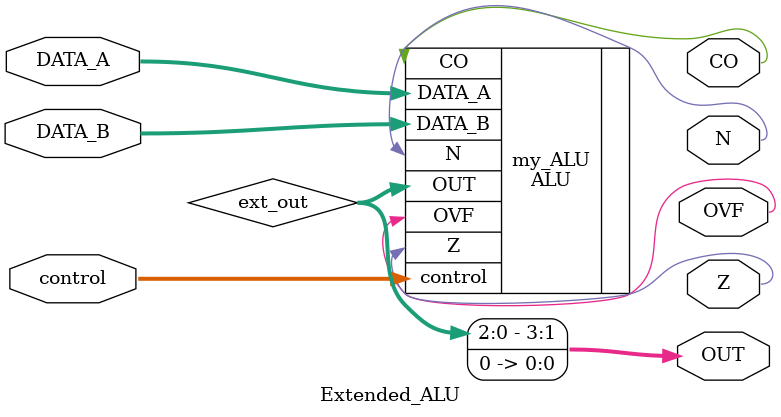
<source format=v>
module Extended_ALU #(parameter W = 4)(
	input [W-1:0]   DATA_A,
	input [W-1:0]   DATA_B,
	input [1:0]   control,
	output [W-1:0] OUT,
	output  CO, OVF, N, Z
);

wire [W-1:0] ext_out;

ALU #(W) my_ALU (
	.DATA_A(DATA_A),
	.DATA_B(DATA_B),
	.control(control),
	.OUT(ext_out),
	.CO(CO),
	.OVF(OVF),
	.N(N),
	.Z(Z)
);

assign OUT = ext_out<<1;

endmodule
</source>
